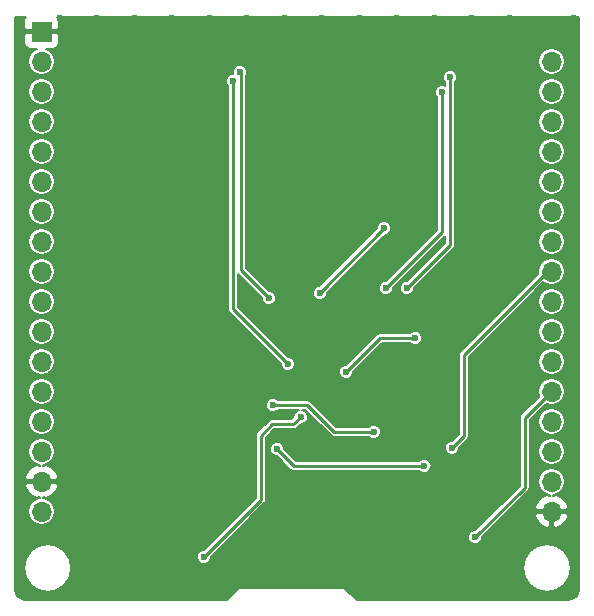
<source format=gbl>
G04 #@! TF.FileFunction,Copper,L2,Bot,Signal*
%FSLAX46Y46*%
G04 Gerber Fmt 4.6, Leading zero omitted, Abs format (unit mm)*
G04 Created by KiCad (PCBNEW 4.0.6-e0-6349~52~ubuntu16.10.1) date Sun Apr 30 13:43:17 2017*
%MOMM*%
%LPD*%
G01*
G04 APERTURE LIST*
%ADD10C,0.100000*%
%ADD11R,1.700000X1.700000*%
%ADD12O,1.700000X1.700000*%
%ADD13C,0.600000*%
%ADD14C,0.250000*%
%ADD15C,0.200000*%
G04 APERTURE END LIST*
D10*
D11*
X149860000Y-71120000D03*
D12*
X149860000Y-73660000D03*
X149860000Y-76200000D03*
X149860000Y-78740000D03*
X149860000Y-81280000D03*
X149860000Y-83820000D03*
X149860000Y-86360000D03*
X149860000Y-88900000D03*
X149860000Y-91440000D03*
X149860000Y-93980000D03*
X149860000Y-96520000D03*
X149860000Y-99060000D03*
X149860000Y-101600000D03*
X149860000Y-104140000D03*
X149860000Y-106680000D03*
X149860000Y-109220000D03*
X149860000Y-111760000D03*
X193040000Y-73660000D03*
X193040000Y-76200000D03*
X193040000Y-78740000D03*
X193040000Y-81280000D03*
X193040000Y-83820000D03*
X193040000Y-86360000D03*
X193040000Y-88900000D03*
X193040000Y-91440000D03*
X193040000Y-93980000D03*
X193040000Y-96520000D03*
X193040000Y-99060000D03*
X193040000Y-101600000D03*
X193040000Y-104140000D03*
X193040000Y-106680000D03*
X193040000Y-109220000D03*
X193040000Y-111760000D03*
D13*
X166624000Y-74549000D03*
X169087800Y-93700600D03*
X169799000Y-106476800D03*
X182270400Y-107899200D03*
X167182800Y-105308400D03*
X167106600Y-107264200D03*
X161036000Y-81991200D03*
X161036000Y-80721200D03*
X161036000Y-79451200D03*
X161036000Y-78181200D03*
X161061400Y-75641200D03*
X161061400Y-76911200D03*
X161061400Y-73101200D03*
X161061400Y-74371200D03*
X194894200Y-69977000D03*
X189484000Y-69977000D03*
X186309000Y-69977000D03*
X183134000Y-69977000D03*
X179959000Y-69977000D03*
X176784000Y-69977000D03*
X173609000Y-69977000D03*
X170434000Y-69977000D03*
X167259000Y-69977000D03*
X164084000Y-69977000D03*
X160909000Y-69977000D03*
X157734000Y-69977000D03*
X154559000Y-69977000D03*
X151384000Y-69977000D03*
X182473600Y-83261200D03*
X182422800Y-84734400D03*
X182499000Y-81991200D03*
X182499000Y-80721200D03*
X182499000Y-78359000D03*
X182499000Y-75641200D03*
X182727600Y-71170800D03*
X182499000Y-73101200D03*
X182499000Y-74371200D03*
X182499000Y-76911200D03*
X157289500Y-91630500D03*
X178282600Y-103987600D03*
X180822600Y-104394000D03*
X180873400Y-100838000D03*
X171729400Y-99974400D03*
X163855400Y-104749600D03*
X160909000Y-93929200D03*
X177977800Y-105003600D03*
X169418000Y-102743000D03*
X184467500Y-74993500D03*
X180784500Y-92837000D03*
X183769000Y-76263500D03*
X179006500Y-92837000D03*
X163601400Y-115570000D03*
X171780200Y-103759000D03*
X166039800Y-75336400D03*
X170713400Y-99263200D03*
X184607200Y-106349800D03*
X181483000Y-97078800D03*
X175641000Y-99923600D03*
X186563000Y-113919000D03*
X173405800Y-93268800D03*
X178841400Y-87782400D03*
D14*
X166700200Y-74625200D02*
X166624000Y-74549000D01*
X166700200Y-91313000D02*
X166700200Y-74625200D01*
X169087800Y-93700600D02*
X166700200Y-91313000D01*
X169799000Y-106476800D02*
X171221400Y-107899200D01*
X171221400Y-107899200D02*
X182270400Y-107899200D01*
X167182800Y-107188000D02*
X167182800Y-105308400D01*
X167106600Y-107264200D02*
X167182800Y-107188000D01*
X161036000Y-80721200D02*
X161036000Y-81991200D01*
X161036000Y-79451200D02*
X161036000Y-80721200D01*
X161036000Y-78181200D02*
X161036000Y-79451200D01*
X161061400Y-76911200D02*
X161061400Y-78155800D01*
X161061400Y-78155800D02*
X161036000Y-78181200D01*
X161061400Y-75641200D02*
X161061400Y-76911200D01*
X161061400Y-74371200D02*
X161061400Y-75641200D01*
X161061400Y-73101200D02*
X161061400Y-74371200D01*
X160909000Y-72948800D02*
X161061400Y-73101200D01*
X160909000Y-69977000D02*
X160909000Y-72948800D01*
X189484000Y-69977000D02*
X194894200Y-69977000D01*
X183134000Y-69977000D02*
X186309000Y-69977000D01*
X176784000Y-69977000D02*
X179959000Y-69977000D01*
X170434000Y-69977000D02*
X173609000Y-69977000D01*
X164084000Y-69977000D02*
X167259000Y-69977000D01*
X157734000Y-69977000D02*
X160909000Y-69977000D01*
X151384000Y-69977000D02*
X154559000Y-69977000D01*
X182473600Y-83261200D02*
X182473600Y-84683600D01*
X182499000Y-83235800D02*
X182473600Y-83261200D01*
X182499000Y-81991200D02*
X182499000Y-83235800D01*
X182473600Y-84683600D02*
X182422800Y-84734400D01*
X182499000Y-80721200D02*
X182499000Y-81991200D01*
X182499000Y-78359000D02*
X182499000Y-80721200D01*
X182499000Y-76911200D02*
X182499000Y-78359000D01*
X182499000Y-75641200D02*
X182499000Y-76911200D01*
X182499000Y-74371200D02*
X182499000Y-73101200D01*
X182727600Y-71170800D02*
X182499000Y-71399400D01*
X182499000Y-71399400D02*
X182499000Y-73101200D01*
X182499000Y-75641200D02*
X182499000Y-74371200D01*
X192976500Y-111760000D02*
X189928500Y-111760000D01*
X183134000Y-106705400D02*
X180822600Y-104394000D01*
X183134000Y-112522000D02*
X183134000Y-106705400D01*
X185801000Y-115189000D02*
X183134000Y-112522000D01*
X186499500Y-115189000D02*
X185801000Y-115189000D01*
X189928500Y-111760000D02*
X186499500Y-115189000D01*
X159588200Y-93929200D02*
X160909000Y-93929200D01*
X157289500Y-91630500D02*
X159588200Y-93929200D01*
X180822600Y-104394000D02*
X178689000Y-104394000D01*
X178689000Y-104394000D02*
X178282600Y-103987600D01*
X171729400Y-99974400D02*
X172491400Y-99974400D01*
X180060600Y-101650800D02*
X180873400Y-100838000D01*
X174167800Y-101650800D02*
X180060600Y-101650800D01*
X172491400Y-99974400D02*
X174167800Y-101650800D01*
X171729400Y-99974400D02*
X163855400Y-99974400D01*
X163855400Y-99974400D02*
X163906200Y-99974400D01*
X163906200Y-99974400D02*
X163855400Y-99974400D01*
X180009800Y-99974400D02*
X180873400Y-100838000D01*
X180873400Y-104343200D02*
X180873400Y-100838000D01*
X180822600Y-104394000D02*
X180873400Y-104343200D01*
X160909000Y-93929200D02*
X160959800Y-93929200D01*
X163855400Y-96824800D02*
X163855400Y-99974400D01*
X160959800Y-93929200D02*
X163855400Y-96824800D01*
X163855400Y-99974400D02*
X163855400Y-104749600D01*
X149860000Y-70485000D02*
X149225000Y-70485000D01*
X177977800Y-105003600D02*
X174625000Y-105003600D01*
X172364400Y-102743000D02*
X169418000Y-102743000D01*
X174625000Y-105003600D02*
X172364400Y-102743000D01*
X184467500Y-89154000D02*
X184467500Y-74993500D01*
X180784500Y-92837000D02*
X184467500Y-89154000D01*
X183769000Y-88074500D02*
X183769000Y-76263500D01*
X179006500Y-92837000D02*
X183769000Y-88074500D01*
X168427400Y-110744000D02*
X163601400Y-115570000D01*
X168427400Y-105333800D02*
X168427400Y-110744000D01*
X169392600Y-104368600D02*
X168427400Y-105333800D01*
X171170600Y-104368600D02*
X169392600Y-104368600D01*
X171780200Y-103759000D02*
X171170600Y-104368600D01*
X166039800Y-94589600D02*
X166039800Y-75336400D01*
X170713400Y-99263200D02*
X166039800Y-94589600D01*
X192976500Y-91440000D02*
X192659000Y-91440000D01*
X192659000Y-91440000D02*
X185597800Y-98501200D01*
X185597800Y-105359200D02*
X184607200Y-106349800D01*
X185597800Y-98501200D02*
X185597800Y-105359200D01*
X193014600Y-104140000D02*
X193014600Y-104241600D01*
X193040000Y-104140000D02*
X193040000Y-104267000D01*
X178485800Y-97078800D02*
X181483000Y-97078800D01*
X175641000Y-99923600D02*
X178485800Y-97078800D01*
X190754000Y-103822500D02*
X192976500Y-101600000D01*
X186563000Y-113919000D02*
X190754000Y-109728000D01*
X190754000Y-109728000D02*
X190754000Y-103822500D01*
X173405800Y-93218000D02*
X173405800Y-93268800D01*
X178841400Y-87782400D02*
X173405800Y-93218000D01*
D15*
G36*
X148494562Y-69925596D02*
X148402000Y-70149062D01*
X148402000Y-70814000D01*
X148554000Y-70966000D01*
X149706000Y-70966000D01*
X149706000Y-70946000D01*
X150014000Y-70946000D01*
X150014000Y-70966000D01*
X151166000Y-70966000D01*
X151318000Y-70814000D01*
X151318000Y-70149062D01*
X151225438Y-69925596D01*
X151186342Y-69886500D01*
X195332400Y-69886500D01*
X195332400Y-118364000D01*
X195341227Y-118408374D01*
X195282485Y-118703689D01*
X195090066Y-118991666D01*
X194802089Y-119184085D01*
X194462326Y-119251669D01*
X194373500Y-119234000D01*
X176546030Y-119234000D01*
X175664865Y-118352835D01*
X175543207Y-118271545D01*
X175399700Y-118243000D01*
X166863985Y-118243000D01*
X166738300Y-118218000D01*
X166585226Y-118248448D01*
X166455457Y-118335157D01*
X165556614Y-119234000D01*
X148488400Y-119234000D01*
X148456726Y-119240300D01*
X148174111Y-119184085D01*
X147886134Y-118991666D01*
X147693715Y-118703689D01*
X147634973Y-118408376D01*
X147643800Y-118364000D01*
X147643800Y-116535200D01*
X148347966Y-116535200D01*
X148501732Y-117308234D01*
X148939620Y-117963580D01*
X149594966Y-118401468D01*
X150368000Y-118555234D01*
X151141034Y-118401468D01*
X151796380Y-117963580D01*
X152234268Y-117308234D01*
X152388034Y-116535200D01*
X190613566Y-116535200D01*
X190767332Y-117308234D01*
X191205220Y-117963580D01*
X191860566Y-118401468D01*
X192633600Y-118555234D01*
X193406634Y-118401468D01*
X194061980Y-117963580D01*
X194499868Y-117308234D01*
X194653634Y-116535200D01*
X194499868Y-115762166D01*
X194061980Y-115106820D01*
X193406634Y-114668932D01*
X192633600Y-114515166D01*
X191860566Y-114668932D01*
X191205220Y-115106820D01*
X190767332Y-115762166D01*
X190613566Y-116535200D01*
X152388034Y-116535200D01*
X152234268Y-115762166D01*
X152185263Y-115688824D01*
X163001296Y-115688824D01*
X163092448Y-115909429D01*
X163261083Y-116078359D01*
X163481529Y-116169896D01*
X163720224Y-116170104D01*
X163940829Y-116078952D01*
X164109759Y-115910317D01*
X164201296Y-115689871D01*
X164201400Y-115571041D01*
X165734617Y-114037824D01*
X185962896Y-114037824D01*
X186054048Y-114258429D01*
X186222683Y-114427359D01*
X186443129Y-114518896D01*
X186681824Y-114519104D01*
X186902429Y-114427952D01*
X187071359Y-114259317D01*
X187162896Y-114038871D01*
X187163000Y-113920040D01*
X188944130Y-112138910D01*
X191632097Y-112138910D01*
X191776523Y-112487616D01*
X192151146Y-112915741D01*
X192661089Y-113167915D01*
X192886000Y-113057856D01*
X192886000Y-111914000D01*
X193194000Y-111914000D01*
X193194000Y-113057856D01*
X193418911Y-113167915D01*
X193928854Y-112915741D01*
X194303477Y-112487616D01*
X194447903Y-112138910D01*
X194336889Y-111914000D01*
X193194000Y-111914000D01*
X192886000Y-111914000D01*
X191743111Y-111914000D01*
X191632097Y-112138910D01*
X188944130Y-112138910D01*
X189701950Y-111381090D01*
X191632097Y-111381090D01*
X191743111Y-111606000D01*
X192886000Y-111606000D01*
X192886000Y-111586000D01*
X193194000Y-111586000D01*
X193194000Y-111606000D01*
X194336889Y-111606000D01*
X194447903Y-111381090D01*
X194303477Y-111032384D01*
X193928854Y-110604259D01*
X193418911Y-110352085D01*
X193194002Y-110462143D01*
X193194002Y-110343848D01*
X193502616Y-110282461D01*
X193875703Y-110033173D01*
X194124991Y-109660086D01*
X194212530Y-109220000D01*
X194124991Y-108779914D01*
X193875703Y-108406827D01*
X193502616Y-108157539D01*
X193062530Y-108070000D01*
X193017470Y-108070000D01*
X192577384Y-108157539D01*
X192204297Y-108406827D01*
X191955009Y-108779914D01*
X191867470Y-109220000D01*
X191955009Y-109660086D01*
X192204297Y-110033173D01*
X192577384Y-110282461D01*
X192885998Y-110343848D01*
X192885998Y-110462143D01*
X192661089Y-110352085D01*
X192151146Y-110604259D01*
X191776523Y-111032384D01*
X191632097Y-111381090D01*
X189701950Y-111381090D01*
X191054520Y-110028520D01*
X191146649Y-109890641D01*
X191152016Y-109863657D01*
X191179000Y-109728000D01*
X191179000Y-106680000D01*
X191867470Y-106680000D01*
X191955009Y-107120086D01*
X192204297Y-107493173D01*
X192577384Y-107742461D01*
X193017470Y-107830000D01*
X193062530Y-107830000D01*
X193502616Y-107742461D01*
X193875703Y-107493173D01*
X194124991Y-107120086D01*
X194212530Y-106680000D01*
X194124991Y-106239914D01*
X193875703Y-105866827D01*
X193502616Y-105617539D01*
X193062530Y-105530000D01*
X193017470Y-105530000D01*
X192577384Y-105617539D01*
X192204297Y-105866827D01*
X191955009Y-106239914D01*
X191867470Y-106680000D01*
X191179000Y-106680000D01*
X191179000Y-104140000D01*
X191867470Y-104140000D01*
X191955009Y-104580086D01*
X192204297Y-104953173D01*
X192577384Y-105202461D01*
X193017470Y-105290000D01*
X193062530Y-105290000D01*
X193502616Y-105202461D01*
X193875703Y-104953173D01*
X194124991Y-104580086D01*
X194212530Y-104140000D01*
X194124991Y-103699914D01*
X193875703Y-103326827D01*
X193502616Y-103077539D01*
X193062530Y-102990000D01*
X193017470Y-102990000D01*
X192577384Y-103077539D01*
X192204297Y-103326827D01*
X191955009Y-103699914D01*
X191867470Y-104140000D01*
X191179000Y-104140000D01*
X191179000Y-103998540D01*
X192540035Y-102637505D01*
X192577384Y-102662461D01*
X193017470Y-102750000D01*
X193062530Y-102750000D01*
X193502616Y-102662461D01*
X193875703Y-102413173D01*
X194124991Y-102040086D01*
X194212530Y-101600000D01*
X194124991Y-101159914D01*
X193875703Y-100786827D01*
X193502616Y-100537539D01*
X193062530Y-100450000D01*
X193017470Y-100450000D01*
X192577384Y-100537539D01*
X192204297Y-100786827D01*
X191955009Y-101159914D01*
X191867470Y-101600000D01*
X191951751Y-102023708D01*
X190453480Y-103521980D01*
X190361351Y-103659859D01*
X190361351Y-103659860D01*
X190329000Y-103822500D01*
X190329000Y-109551960D01*
X186561961Y-113318999D01*
X186444176Y-113318896D01*
X186223571Y-113410048D01*
X186054641Y-113578683D01*
X185963104Y-113799129D01*
X185962896Y-114037824D01*
X165734617Y-114037824D01*
X168727921Y-111044520D01*
X168820049Y-110906641D01*
X168852400Y-110744000D01*
X168852400Y-106595624D01*
X169198896Y-106595624D01*
X169290048Y-106816229D01*
X169458683Y-106985159D01*
X169679129Y-107076696D01*
X169797959Y-107076800D01*
X170920879Y-108199720D01*
X170979111Y-108238629D01*
X171058760Y-108291849D01*
X171221400Y-108324200D01*
X181846870Y-108324200D01*
X181930083Y-108407559D01*
X182150529Y-108499096D01*
X182389224Y-108499304D01*
X182609829Y-108408152D01*
X182778759Y-108239517D01*
X182870296Y-108019071D01*
X182870504Y-107780376D01*
X182779352Y-107559771D01*
X182610717Y-107390841D01*
X182390271Y-107299304D01*
X182151576Y-107299096D01*
X181930971Y-107390248D01*
X181846872Y-107474200D01*
X171397441Y-107474200D01*
X170399001Y-106475761D01*
X170399007Y-106468624D01*
X184007096Y-106468624D01*
X184098248Y-106689229D01*
X184266883Y-106858159D01*
X184487329Y-106949696D01*
X184726024Y-106949904D01*
X184946629Y-106858752D01*
X185115559Y-106690117D01*
X185207096Y-106469671D01*
X185207200Y-106350840D01*
X185898320Y-105659720D01*
X185990449Y-105521841D01*
X185995816Y-105494857D01*
X186022800Y-105359200D01*
X186022800Y-99060000D01*
X191867470Y-99060000D01*
X191955009Y-99500086D01*
X192204297Y-99873173D01*
X192577384Y-100122461D01*
X193017470Y-100210000D01*
X193062530Y-100210000D01*
X193502616Y-100122461D01*
X193875703Y-99873173D01*
X194124991Y-99500086D01*
X194212530Y-99060000D01*
X194124991Y-98619914D01*
X193875703Y-98246827D01*
X193502616Y-97997539D01*
X193062530Y-97910000D01*
X193017470Y-97910000D01*
X192577384Y-97997539D01*
X192204297Y-98246827D01*
X191955009Y-98619914D01*
X191867470Y-99060000D01*
X186022800Y-99060000D01*
X186022800Y-98677240D01*
X188180040Y-96520000D01*
X191867470Y-96520000D01*
X191955009Y-96960086D01*
X192204297Y-97333173D01*
X192577384Y-97582461D01*
X193017470Y-97670000D01*
X193062530Y-97670000D01*
X193502616Y-97582461D01*
X193875703Y-97333173D01*
X194124991Y-96960086D01*
X194212530Y-96520000D01*
X194124991Y-96079914D01*
X193875703Y-95706827D01*
X193502616Y-95457539D01*
X193062530Y-95370000D01*
X193017470Y-95370000D01*
X192577384Y-95457539D01*
X192204297Y-95706827D01*
X191955009Y-96079914D01*
X191867470Y-96520000D01*
X188180040Y-96520000D01*
X190720040Y-93980000D01*
X191867470Y-93980000D01*
X191955009Y-94420086D01*
X192204297Y-94793173D01*
X192577384Y-95042461D01*
X193017470Y-95130000D01*
X193062530Y-95130000D01*
X193502616Y-95042461D01*
X193875703Y-94793173D01*
X194124991Y-94420086D01*
X194212530Y-93980000D01*
X194124991Y-93539914D01*
X193875703Y-93166827D01*
X193502616Y-92917539D01*
X193062530Y-92830000D01*
X193017470Y-92830000D01*
X192577384Y-92917539D01*
X192204297Y-93166827D01*
X191955009Y-93539914D01*
X191867470Y-93980000D01*
X190720040Y-93980000D01*
X192349708Y-92350333D01*
X192577384Y-92502461D01*
X193017470Y-92590000D01*
X193062530Y-92590000D01*
X193502616Y-92502461D01*
X193875703Y-92253173D01*
X194124991Y-91880086D01*
X194212530Y-91440000D01*
X194124991Y-90999914D01*
X193875703Y-90626827D01*
X193502616Y-90377539D01*
X193062530Y-90290000D01*
X193017470Y-90290000D01*
X192577384Y-90377539D01*
X192204297Y-90626827D01*
X191955009Y-90999914D01*
X191867470Y-91440000D01*
X191899074Y-91598885D01*
X185297280Y-98200680D01*
X185205151Y-98338559D01*
X185205151Y-98338560D01*
X185172800Y-98501200D01*
X185172800Y-105183160D01*
X184606161Y-105749799D01*
X184488376Y-105749696D01*
X184267771Y-105840848D01*
X184098841Y-106009483D01*
X184007304Y-106229929D01*
X184007096Y-106468624D01*
X170399007Y-106468624D01*
X170399104Y-106357976D01*
X170307952Y-106137371D01*
X170139317Y-105968441D01*
X169918871Y-105876904D01*
X169680176Y-105876696D01*
X169459571Y-105967848D01*
X169290641Y-106136483D01*
X169199104Y-106356929D01*
X169198896Y-106595624D01*
X168852400Y-106595624D01*
X168852400Y-105509840D01*
X169568640Y-104793600D01*
X171170600Y-104793600D01*
X171306257Y-104766616D01*
X171333241Y-104761249D01*
X171471120Y-104669120D01*
X171781239Y-104359001D01*
X171899024Y-104359104D01*
X172119629Y-104267952D01*
X172288559Y-104099317D01*
X172380096Y-103878871D01*
X172380304Y-103640176D01*
X172289152Y-103419571D01*
X172120517Y-103250641D01*
X171921495Y-103168000D01*
X172188360Y-103168000D01*
X174324479Y-105304120D01*
X174416608Y-105365678D01*
X174462360Y-105396249D01*
X174625000Y-105428600D01*
X177554270Y-105428600D01*
X177637483Y-105511959D01*
X177857929Y-105603496D01*
X178096624Y-105603704D01*
X178317229Y-105512552D01*
X178486159Y-105343917D01*
X178577696Y-105123471D01*
X178577904Y-104884776D01*
X178486752Y-104664171D01*
X178318117Y-104495241D01*
X178097671Y-104403704D01*
X177858976Y-104403496D01*
X177638371Y-104494648D01*
X177554272Y-104578600D01*
X174801041Y-104578600D01*
X172664920Y-102442480D01*
X172527041Y-102350351D01*
X172500057Y-102344984D01*
X172364400Y-102318000D01*
X169841530Y-102318000D01*
X169758317Y-102234641D01*
X169537871Y-102143104D01*
X169299176Y-102142896D01*
X169078571Y-102234048D01*
X168909641Y-102402683D01*
X168818104Y-102623129D01*
X168817896Y-102861824D01*
X168909048Y-103082429D01*
X169077683Y-103251359D01*
X169298129Y-103342896D01*
X169536824Y-103343104D01*
X169757429Y-103251952D01*
X169841528Y-103168000D01*
X171639343Y-103168000D01*
X171440771Y-103250048D01*
X171271841Y-103418683D01*
X171180304Y-103639129D01*
X171180200Y-103757959D01*
X170994560Y-103943600D01*
X169392600Y-103943600D01*
X169229959Y-103975951D01*
X169092080Y-104068080D01*
X168126880Y-105033280D01*
X168034751Y-105171159D01*
X168034751Y-105171160D01*
X168002400Y-105333800D01*
X168002400Y-110567959D01*
X163600361Y-114969999D01*
X163482576Y-114969896D01*
X163261971Y-115061048D01*
X163093041Y-115229683D01*
X163001504Y-115450129D01*
X163001296Y-115688824D01*
X152185263Y-115688824D01*
X151796380Y-115106820D01*
X151141034Y-114668932D01*
X150368000Y-114515166D01*
X149594966Y-114668932D01*
X148939620Y-115106820D01*
X148501732Y-115762166D01*
X148347966Y-116535200D01*
X147643800Y-116535200D01*
X147643800Y-109598910D01*
X148452097Y-109598910D01*
X148596523Y-109947616D01*
X148971146Y-110375741D01*
X149481089Y-110627915D01*
X149705998Y-110517857D01*
X149705998Y-110636152D01*
X149397384Y-110697539D01*
X149024297Y-110946827D01*
X148775009Y-111319914D01*
X148687470Y-111760000D01*
X148775009Y-112200086D01*
X149024297Y-112573173D01*
X149397384Y-112822461D01*
X149837470Y-112910000D01*
X149882530Y-112910000D01*
X150322616Y-112822461D01*
X150695703Y-112573173D01*
X150944991Y-112200086D01*
X151032530Y-111760000D01*
X150944991Y-111319914D01*
X150695703Y-110946827D01*
X150322616Y-110697539D01*
X150014002Y-110636152D01*
X150014002Y-110517857D01*
X150238911Y-110627915D01*
X150748854Y-110375741D01*
X151123477Y-109947616D01*
X151267903Y-109598910D01*
X151156889Y-109374000D01*
X150014000Y-109374000D01*
X150014000Y-109394000D01*
X149706000Y-109394000D01*
X149706000Y-109374000D01*
X148563111Y-109374000D01*
X148452097Y-109598910D01*
X147643800Y-109598910D01*
X147643800Y-108841090D01*
X148452097Y-108841090D01*
X148563111Y-109066000D01*
X149706000Y-109066000D01*
X149706000Y-109046000D01*
X150014000Y-109046000D01*
X150014000Y-109066000D01*
X151156889Y-109066000D01*
X151267903Y-108841090D01*
X151123477Y-108492384D01*
X150748854Y-108064259D01*
X150238911Y-107812085D01*
X150014002Y-107922143D01*
X150014002Y-107803848D01*
X150322616Y-107742461D01*
X150695703Y-107493173D01*
X150944991Y-107120086D01*
X151032530Y-106680000D01*
X150944991Y-106239914D01*
X150695703Y-105866827D01*
X150322616Y-105617539D01*
X149882530Y-105530000D01*
X149837470Y-105530000D01*
X149397384Y-105617539D01*
X149024297Y-105866827D01*
X148775009Y-106239914D01*
X148687470Y-106680000D01*
X148775009Y-107120086D01*
X149024297Y-107493173D01*
X149397384Y-107742461D01*
X149705998Y-107803848D01*
X149705998Y-107922143D01*
X149481089Y-107812085D01*
X148971146Y-108064259D01*
X148596523Y-108492384D01*
X148452097Y-108841090D01*
X147643800Y-108841090D01*
X147643800Y-104140000D01*
X148687470Y-104140000D01*
X148775009Y-104580086D01*
X149024297Y-104953173D01*
X149397384Y-105202461D01*
X149837470Y-105290000D01*
X149882530Y-105290000D01*
X150322616Y-105202461D01*
X150695703Y-104953173D01*
X150944991Y-104580086D01*
X151032530Y-104140000D01*
X150944991Y-103699914D01*
X150695703Y-103326827D01*
X150322616Y-103077539D01*
X149882530Y-102990000D01*
X149837470Y-102990000D01*
X149397384Y-103077539D01*
X149024297Y-103326827D01*
X148775009Y-103699914D01*
X148687470Y-104140000D01*
X147643800Y-104140000D01*
X147643800Y-101600000D01*
X148687470Y-101600000D01*
X148775009Y-102040086D01*
X149024297Y-102413173D01*
X149397384Y-102662461D01*
X149837470Y-102750000D01*
X149882530Y-102750000D01*
X150322616Y-102662461D01*
X150695703Y-102413173D01*
X150944991Y-102040086D01*
X151032530Y-101600000D01*
X150944991Y-101159914D01*
X150695703Y-100786827D01*
X150322616Y-100537539D01*
X149882530Y-100450000D01*
X149837470Y-100450000D01*
X149397384Y-100537539D01*
X149024297Y-100786827D01*
X148775009Y-101159914D01*
X148687470Y-101600000D01*
X147643800Y-101600000D01*
X147643800Y-99060000D01*
X148687470Y-99060000D01*
X148775009Y-99500086D01*
X149024297Y-99873173D01*
X149397384Y-100122461D01*
X149837470Y-100210000D01*
X149882530Y-100210000D01*
X150322616Y-100122461D01*
X150442400Y-100042424D01*
X175040896Y-100042424D01*
X175132048Y-100263029D01*
X175300683Y-100431959D01*
X175521129Y-100523496D01*
X175759824Y-100523704D01*
X175980429Y-100432552D01*
X176149359Y-100263917D01*
X176240896Y-100043471D01*
X176241000Y-99924641D01*
X178661841Y-97503800D01*
X181059470Y-97503800D01*
X181142683Y-97587159D01*
X181363129Y-97678696D01*
X181601824Y-97678904D01*
X181822429Y-97587752D01*
X181991359Y-97419117D01*
X182082896Y-97198671D01*
X182083104Y-96959976D01*
X181991952Y-96739371D01*
X181823317Y-96570441D01*
X181602871Y-96478904D01*
X181364176Y-96478696D01*
X181143571Y-96569848D01*
X181059472Y-96653800D01*
X178485800Y-96653800D01*
X178323159Y-96686151D01*
X178185280Y-96778279D01*
X175639961Y-99323599D01*
X175522176Y-99323496D01*
X175301571Y-99414648D01*
X175132641Y-99583283D01*
X175041104Y-99803729D01*
X175040896Y-100042424D01*
X150442400Y-100042424D01*
X150695703Y-99873173D01*
X150944991Y-99500086D01*
X151032530Y-99060000D01*
X150944991Y-98619914D01*
X150695703Y-98246827D01*
X150322616Y-97997539D01*
X149882530Y-97910000D01*
X149837470Y-97910000D01*
X149397384Y-97997539D01*
X149024297Y-98246827D01*
X148775009Y-98619914D01*
X148687470Y-99060000D01*
X147643800Y-99060000D01*
X147643800Y-96520000D01*
X148687470Y-96520000D01*
X148775009Y-96960086D01*
X149024297Y-97333173D01*
X149397384Y-97582461D01*
X149837470Y-97670000D01*
X149882530Y-97670000D01*
X150322616Y-97582461D01*
X150695703Y-97333173D01*
X150944991Y-96960086D01*
X151032530Y-96520000D01*
X150944991Y-96079914D01*
X150695703Y-95706827D01*
X150322616Y-95457539D01*
X149882530Y-95370000D01*
X149837470Y-95370000D01*
X149397384Y-95457539D01*
X149024297Y-95706827D01*
X148775009Y-96079914D01*
X148687470Y-96520000D01*
X147643800Y-96520000D01*
X147643800Y-93980000D01*
X148687470Y-93980000D01*
X148775009Y-94420086D01*
X149024297Y-94793173D01*
X149397384Y-95042461D01*
X149837470Y-95130000D01*
X149882530Y-95130000D01*
X150322616Y-95042461D01*
X150695703Y-94793173D01*
X150944991Y-94420086D01*
X151032530Y-93980000D01*
X150944991Y-93539914D01*
X150695703Y-93166827D01*
X150322616Y-92917539D01*
X149882530Y-92830000D01*
X149837470Y-92830000D01*
X149397384Y-92917539D01*
X149024297Y-93166827D01*
X148775009Y-93539914D01*
X148687470Y-93980000D01*
X147643800Y-93980000D01*
X147643800Y-91440000D01*
X148687470Y-91440000D01*
X148775009Y-91880086D01*
X149024297Y-92253173D01*
X149397384Y-92502461D01*
X149837470Y-92590000D01*
X149882530Y-92590000D01*
X150322616Y-92502461D01*
X150695703Y-92253173D01*
X150944991Y-91880086D01*
X151032530Y-91440000D01*
X150944991Y-90999914D01*
X150695703Y-90626827D01*
X150322616Y-90377539D01*
X149882530Y-90290000D01*
X149837470Y-90290000D01*
X149397384Y-90377539D01*
X149024297Y-90626827D01*
X148775009Y-90999914D01*
X148687470Y-91440000D01*
X147643800Y-91440000D01*
X147643800Y-88900000D01*
X148687470Y-88900000D01*
X148775009Y-89340086D01*
X149024297Y-89713173D01*
X149397384Y-89962461D01*
X149837470Y-90050000D01*
X149882530Y-90050000D01*
X150322616Y-89962461D01*
X150695703Y-89713173D01*
X150944991Y-89340086D01*
X151032530Y-88900000D01*
X150944991Y-88459914D01*
X150695703Y-88086827D01*
X150322616Y-87837539D01*
X149882530Y-87750000D01*
X149837470Y-87750000D01*
X149397384Y-87837539D01*
X149024297Y-88086827D01*
X148775009Y-88459914D01*
X148687470Y-88900000D01*
X147643800Y-88900000D01*
X147643800Y-86360000D01*
X148687470Y-86360000D01*
X148775009Y-86800086D01*
X149024297Y-87173173D01*
X149397384Y-87422461D01*
X149837470Y-87510000D01*
X149882530Y-87510000D01*
X150322616Y-87422461D01*
X150695703Y-87173173D01*
X150944991Y-86800086D01*
X151032530Y-86360000D01*
X150944991Y-85919914D01*
X150695703Y-85546827D01*
X150322616Y-85297539D01*
X149882530Y-85210000D01*
X149837470Y-85210000D01*
X149397384Y-85297539D01*
X149024297Y-85546827D01*
X148775009Y-85919914D01*
X148687470Y-86360000D01*
X147643800Y-86360000D01*
X147643800Y-83820000D01*
X148687470Y-83820000D01*
X148775009Y-84260086D01*
X149024297Y-84633173D01*
X149397384Y-84882461D01*
X149837470Y-84970000D01*
X149882530Y-84970000D01*
X150322616Y-84882461D01*
X150695703Y-84633173D01*
X150944991Y-84260086D01*
X151032530Y-83820000D01*
X150944991Y-83379914D01*
X150695703Y-83006827D01*
X150322616Y-82757539D01*
X149882530Y-82670000D01*
X149837470Y-82670000D01*
X149397384Y-82757539D01*
X149024297Y-83006827D01*
X148775009Y-83379914D01*
X148687470Y-83820000D01*
X147643800Y-83820000D01*
X147643800Y-81280000D01*
X148687470Y-81280000D01*
X148775009Y-81720086D01*
X149024297Y-82093173D01*
X149397384Y-82342461D01*
X149837470Y-82430000D01*
X149882530Y-82430000D01*
X150322616Y-82342461D01*
X150695703Y-82093173D01*
X150944991Y-81720086D01*
X151032530Y-81280000D01*
X150944991Y-80839914D01*
X150695703Y-80466827D01*
X150322616Y-80217539D01*
X149882530Y-80130000D01*
X149837470Y-80130000D01*
X149397384Y-80217539D01*
X149024297Y-80466827D01*
X148775009Y-80839914D01*
X148687470Y-81280000D01*
X147643800Y-81280000D01*
X147643800Y-78740000D01*
X148687470Y-78740000D01*
X148775009Y-79180086D01*
X149024297Y-79553173D01*
X149397384Y-79802461D01*
X149837470Y-79890000D01*
X149882530Y-79890000D01*
X150322616Y-79802461D01*
X150695703Y-79553173D01*
X150944991Y-79180086D01*
X151032530Y-78740000D01*
X150944991Y-78299914D01*
X150695703Y-77926827D01*
X150322616Y-77677539D01*
X149882530Y-77590000D01*
X149837470Y-77590000D01*
X149397384Y-77677539D01*
X149024297Y-77926827D01*
X148775009Y-78299914D01*
X148687470Y-78740000D01*
X147643800Y-78740000D01*
X147643800Y-76200000D01*
X148687470Y-76200000D01*
X148775009Y-76640086D01*
X149024297Y-77013173D01*
X149397384Y-77262461D01*
X149837470Y-77350000D01*
X149882530Y-77350000D01*
X150322616Y-77262461D01*
X150695703Y-77013173D01*
X150944991Y-76640086D01*
X151032530Y-76200000D01*
X150944991Y-75759914D01*
X150741405Y-75455224D01*
X165439696Y-75455224D01*
X165530848Y-75675829D01*
X165614800Y-75759928D01*
X165614800Y-94589600D01*
X165641784Y-94725257D01*
X165647151Y-94752241D01*
X165739280Y-94890120D01*
X170113399Y-99264240D01*
X170113296Y-99382024D01*
X170204448Y-99602629D01*
X170373083Y-99771559D01*
X170593529Y-99863096D01*
X170832224Y-99863304D01*
X171052829Y-99772152D01*
X171221759Y-99603517D01*
X171313296Y-99383071D01*
X171313504Y-99144376D01*
X171222352Y-98923771D01*
X171053717Y-98754841D01*
X170833271Y-98663304D01*
X170714441Y-98663200D01*
X166464800Y-94413560D01*
X166464800Y-91678640D01*
X168487799Y-93701640D01*
X168487696Y-93819424D01*
X168578848Y-94040029D01*
X168747483Y-94208959D01*
X168967929Y-94300496D01*
X169206624Y-94300704D01*
X169427229Y-94209552D01*
X169596159Y-94040917D01*
X169687696Y-93820471D01*
X169687904Y-93581776D01*
X169607683Y-93387624D01*
X172805696Y-93387624D01*
X172896848Y-93608229D01*
X173065483Y-93777159D01*
X173285929Y-93868696D01*
X173524624Y-93868904D01*
X173745229Y-93777752D01*
X173914159Y-93609117D01*
X174005696Y-93388671D01*
X174005844Y-93218996D01*
X174269016Y-92955824D01*
X178406396Y-92955824D01*
X178497548Y-93176429D01*
X178666183Y-93345359D01*
X178886629Y-93436896D01*
X179125324Y-93437104D01*
X179345929Y-93345952D01*
X179514859Y-93177317D01*
X179606396Y-92956871D01*
X179606500Y-92838040D01*
X184042500Y-88402040D01*
X184042500Y-88977959D01*
X180783461Y-92236999D01*
X180665676Y-92236896D01*
X180445071Y-92328048D01*
X180276141Y-92496683D01*
X180184604Y-92717129D01*
X180184396Y-92955824D01*
X180275548Y-93176429D01*
X180444183Y-93345359D01*
X180664629Y-93436896D01*
X180903324Y-93437104D01*
X181123929Y-93345952D01*
X181292859Y-93177317D01*
X181384396Y-92956871D01*
X181384500Y-92838041D01*
X184768021Y-89454520D01*
X184860149Y-89316641D01*
X184892500Y-89154000D01*
X184892500Y-88900000D01*
X191867470Y-88900000D01*
X191955009Y-89340086D01*
X192204297Y-89713173D01*
X192577384Y-89962461D01*
X193017470Y-90050000D01*
X193062530Y-90050000D01*
X193502616Y-89962461D01*
X193875703Y-89713173D01*
X194124991Y-89340086D01*
X194212530Y-88900000D01*
X194124991Y-88459914D01*
X193875703Y-88086827D01*
X193502616Y-87837539D01*
X193062530Y-87750000D01*
X193017470Y-87750000D01*
X192577384Y-87837539D01*
X192204297Y-88086827D01*
X191955009Y-88459914D01*
X191867470Y-88900000D01*
X184892500Y-88900000D01*
X184892500Y-86360000D01*
X191867470Y-86360000D01*
X191955009Y-86800086D01*
X192204297Y-87173173D01*
X192577384Y-87422461D01*
X193017470Y-87510000D01*
X193062530Y-87510000D01*
X193502616Y-87422461D01*
X193875703Y-87173173D01*
X194124991Y-86800086D01*
X194212530Y-86360000D01*
X194124991Y-85919914D01*
X193875703Y-85546827D01*
X193502616Y-85297539D01*
X193062530Y-85210000D01*
X193017470Y-85210000D01*
X192577384Y-85297539D01*
X192204297Y-85546827D01*
X191955009Y-85919914D01*
X191867470Y-86360000D01*
X184892500Y-86360000D01*
X184892500Y-83820000D01*
X191867470Y-83820000D01*
X191955009Y-84260086D01*
X192204297Y-84633173D01*
X192577384Y-84882461D01*
X193017470Y-84970000D01*
X193062530Y-84970000D01*
X193502616Y-84882461D01*
X193875703Y-84633173D01*
X194124991Y-84260086D01*
X194212530Y-83820000D01*
X194124991Y-83379914D01*
X193875703Y-83006827D01*
X193502616Y-82757539D01*
X193062530Y-82670000D01*
X193017470Y-82670000D01*
X192577384Y-82757539D01*
X192204297Y-83006827D01*
X191955009Y-83379914D01*
X191867470Y-83820000D01*
X184892500Y-83820000D01*
X184892500Y-81280000D01*
X191867470Y-81280000D01*
X191955009Y-81720086D01*
X192204297Y-82093173D01*
X192577384Y-82342461D01*
X193017470Y-82430000D01*
X193062530Y-82430000D01*
X193502616Y-82342461D01*
X193875703Y-82093173D01*
X194124991Y-81720086D01*
X194212530Y-81280000D01*
X194124991Y-80839914D01*
X193875703Y-80466827D01*
X193502616Y-80217539D01*
X193062530Y-80130000D01*
X193017470Y-80130000D01*
X192577384Y-80217539D01*
X192204297Y-80466827D01*
X191955009Y-80839914D01*
X191867470Y-81280000D01*
X184892500Y-81280000D01*
X184892500Y-78740000D01*
X191867470Y-78740000D01*
X191955009Y-79180086D01*
X192204297Y-79553173D01*
X192577384Y-79802461D01*
X193017470Y-79890000D01*
X193062530Y-79890000D01*
X193502616Y-79802461D01*
X193875703Y-79553173D01*
X194124991Y-79180086D01*
X194212530Y-78740000D01*
X194124991Y-78299914D01*
X193875703Y-77926827D01*
X193502616Y-77677539D01*
X193062530Y-77590000D01*
X193017470Y-77590000D01*
X192577384Y-77677539D01*
X192204297Y-77926827D01*
X191955009Y-78299914D01*
X191867470Y-78740000D01*
X184892500Y-78740000D01*
X184892500Y-76200000D01*
X191867470Y-76200000D01*
X191955009Y-76640086D01*
X192204297Y-77013173D01*
X192577384Y-77262461D01*
X193017470Y-77350000D01*
X193062530Y-77350000D01*
X193502616Y-77262461D01*
X193875703Y-77013173D01*
X194124991Y-76640086D01*
X194212530Y-76200000D01*
X194124991Y-75759914D01*
X193875703Y-75386827D01*
X193502616Y-75137539D01*
X193062530Y-75050000D01*
X193017470Y-75050000D01*
X192577384Y-75137539D01*
X192204297Y-75386827D01*
X191955009Y-75759914D01*
X191867470Y-76200000D01*
X184892500Y-76200000D01*
X184892500Y-75417030D01*
X184975859Y-75333817D01*
X185067396Y-75113371D01*
X185067604Y-74874676D01*
X184976452Y-74654071D01*
X184807817Y-74485141D01*
X184587371Y-74393604D01*
X184348676Y-74393396D01*
X184128071Y-74484548D01*
X183959141Y-74653183D01*
X183867604Y-74873629D01*
X183867396Y-75112324D01*
X183958548Y-75332929D01*
X184042500Y-75417028D01*
X184042500Y-75727396D01*
X183888871Y-75663604D01*
X183650176Y-75663396D01*
X183429571Y-75754548D01*
X183260641Y-75923183D01*
X183169104Y-76143629D01*
X183168896Y-76382324D01*
X183260048Y-76602929D01*
X183344000Y-76687028D01*
X183344000Y-87898460D01*
X179005461Y-92236999D01*
X178887676Y-92236896D01*
X178667071Y-92328048D01*
X178498141Y-92496683D01*
X178406604Y-92717129D01*
X178406396Y-92955824D01*
X174269016Y-92955824D01*
X178842440Y-88382401D01*
X178960224Y-88382504D01*
X179180829Y-88291352D01*
X179349759Y-88122717D01*
X179441296Y-87902271D01*
X179441504Y-87663576D01*
X179350352Y-87442971D01*
X179181717Y-87274041D01*
X178961271Y-87182504D01*
X178722576Y-87182296D01*
X178501971Y-87273448D01*
X178333041Y-87442083D01*
X178241504Y-87662529D01*
X178241400Y-87781359D01*
X173354006Y-92668754D01*
X173286976Y-92668696D01*
X173066371Y-92759848D01*
X172897441Y-92928483D01*
X172805904Y-93148929D01*
X172805696Y-93387624D01*
X169607683Y-93387624D01*
X169596752Y-93361171D01*
X169428117Y-93192241D01*
X169207671Y-93100704D01*
X169088841Y-93100600D01*
X167125200Y-91136960D01*
X167125200Y-74896463D01*
X167132359Y-74889317D01*
X167223896Y-74668871D01*
X167224104Y-74430176D01*
X167132952Y-74209571D01*
X166964317Y-74040641D01*
X166743871Y-73949104D01*
X166505176Y-73948896D01*
X166284571Y-74040048D01*
X166115641Y-74208683D01*
X166024104Y-74429129D01*
X166023896Y-74667824D01*
X166052235Y-74736410D01*
X165920976Y-74736296D01*
X165700371Y-74827448D01*
X165531441Y-74996083D01*
X165439904Y-75216529D01*
X165439696Y-75455224D01*
X150741405Y-75455224D01*
X150695703Y-75386827D01*
X150322616Y-75137539D01*
X149882530Y-75050000D01*
X149837470Y-75050000D01*
X149397384Y-75137539D01*
X149024297Y-75386827D01*
X148775009Y-75759914D01*
X148687470Y-76200000D01*
X147643800Y-76200000D01*
X147643800Y-71426000D01*
X148402000Y-71426000D01*
X148402000Y-72090938D01*
X148494562Y-72314404D01*
X148665595Y-72485437D01*
X148889061Y-72578000D01*
X149495613Y-72578000D01*
X149397384Y-72597539D01*
X149024297Y-72846827D01*
X148775009Y-73219914D01*
X148687470Y-73660000D01*
X148775009Y-74100086D01*
X149024297Y-74473173D01*
X149397384Y-74722461D01*
X149837470Y-74810000D01*
X149882530Y-74810000D01*
X150322616Y-74722461D01*
X150695703Y-74473173D01*
X150944991Y-74100086D01*
X151032530Y-73660000D01*
X191867470Y-73660000D01*
X191955009Y-74100086D01*
X192204297Y-74473173D01*
X192577384Y-74722461D01*
X193017470Y-74810000D01*
X193062530Y-74810000D01*
X193502616Y-74722461D01*
X193875703Y-74473173D01*
X194124991Y-74100086D01*
X194212530Y-73660000D01*
X194124991Y-73219914D01*
X193875703Y-72846827D01*
X193502616Y-72597539D01*
X193062530Y-72510000D01*
X193017470Y-72510000D01*
X192577384Y-72597539D01*
X192204297Y-72846827D01*
X191955009Y-73219914D01*
X191867470Y-73660000D01*
X151032530Y-73660000D01*
X150944991Y-73219914D01*
X150695703Y-72846827D01*
X150322616Y-72597539D01*
X150224387Y-72578000D01*
X150830939Y-72578000D01*
X151054405Y-72485437D01*
X151225438Y-72314404D01*
X151318000Y-72090938D01*
X151318000Y-71426000D01*
X151166000Y-71274000D01*
X150014000Y-71274000D01*
X150014000Y-71294000D01*
X149706000Y-71294000D01*
X149706000Y-71274000D01*
X148554000Y-71274000D01*
X148402000Y-71426000D01*
X147643800Y-71426000D01*
X147643800Y-69886500D01*
X148533658Y-69886500D01*
X148494562Y-69925596D01*
X148494562Y-69925596D01*
G37*
X148494562Y-69925596D02*
X148402000Y-70149062D01*
X148402000Y-70814000D01*
X148554000Y-70966000D01*
X149706000Y-70966000D01*
X149706000Y-70946000D01*
X150014000Y-70946000D01*
X150014000Y-70966000D01*
X151166000Y-70966000D01*
X151318000Y-70814000D01*
X151318000Y-70149062D01*
X151225438Y-69925596D01*
X151186342Y-69886500D01*
X195332400Y-69886500D01*
X195332400Y-118364000D01*
X195341227Y-118408374D01*
X195282485Y-118703689D01*
X195090066Y-118991666D01*
X194802089Y-119184085D01*
X194462326Y-119251669D01*
X194373500Y-119234000D01*
X176546030Y-119234000D01*
X175664865Y-118352835D01*
X175543207Y-118271545D01*
X175399700Y-118243000D01*
X166863985Y-118243000D01*
X166738300Y-118218000D01*
X166585226Y-118248448D01*
X166455457Y-118335157D01*
X165556614Y-119234000D01*
X148488400Y-119234000D01*
X148456726Y-119240300D01*
X148174111Y-119184085D01*
X147886134Y-118991666D01*
X147693715Y-118703689D01*
X147634973Y-118408376D01*
X147643800Y-118364000D01*
X147643800Y-116535200D01*
X148347966Y-116535200D01*
X148501732Y-117308234D01*
X148939620Y-117963580D01*
X149594966Y-118401468D01*
X150368000Y-118555234D01*
X151141034Y-118401468D01*
X151796380Y-117963580D01*
X152234268Y-117308234D01*
X152388034Y-116535200D01*
X190613566Y-116535200D01*
X190767332Y-117308234D01*
X191205220Y-117963580D01*
X191860566Y-118401468D01*
X192633600Y-118555234D01*
X193406634Y-118401468D01*
X194061980Y-117963580D01*
X194499868Y-117308234D01*
X194653634Y-116535200D01*
X194499868Y-115762166D01*
X194061980Y-115106820D01*
X193406634Y-114668932D01*
X192633600Y-114515166D01*
X191860566Y-114668932D01*
X191205220Y-115106820D01*
X190767332Y-115762166D01*
X190613566Y-116535200D01*
X152388034Y-116535200D01*
X152234268Y-115762166D01*
X152185263Y-115688824D01*
X163001296Y-115688824D01*
X163092448Y-115909429D01*
X163261083Y-116078359D01*
X163481529Y-116169896D01*
X163720224Y-116170104D01*
X163940829Y-116078952D01*
X164109759Y-115910317D01*
X164201296Y-115689871D01*
X164201400Y-115571041D01*
X165734617Y-114037824D01*
X185962896Y-114037824D01*
X186054048Y-114258429D01*
X186222683Y-114427359D01*
X186443129Y-114518896D01*
X186681824Y-114519104D01*
X186902429Y-114427952D01*
X187071359Y-114259317D01*
X187162896Y-114038871D01*
X187163000Y-113920040D01*
X188944130Y-112138910D01*
X191632097Y-112138910D01*
X191776523Y-112487616D01*
X192151146Y-112915741D01*
X192661089Y-113167915D01*
X192886000Y-113057856D01*
X192886000Y-111914000D01*
X193194000Y-111914000D01*
X193194000Y-113057856D01*
X193418911Y-113167915D01*
X193928854Y-112915741D01*
X194303477Y-112487616D01*
X194447903Y-112138910D01*
X194336889Y-111914000D01*
X193194000Y-111914000D01*
X192886000Y-111914000D01*
X191743111Y-111914000D01*
X191632097Y-112138910D01*
X188944130Y-112138910D01*
X189701950Y-111381090D01*
X191632097Y-111381090D01*
X191743111Y-111606000D01*
X192886000Y-111606000D01*
X192886000Y-111586000D01*
X193194000Y-111586000D01*
X193194000Y-111606000D01*
X194336889Y-111606000D01*
X194447903Y-111381090D01*
X194303477Y-111032384D01*
X193928854Y-110604259D01*
X193418911Y-110352085D01*
X193194002Y-110462143D01*
X193194002Y-110343848D01*
X193502616Y-110282461D01*
X193875703Y-110033173D01*
X194124991Y-109660086D01*
X194212530Y-109220000D01*
X194124991Y-108779914D01*
X193875703Y-108406827D01*
X193502616Y-108157539D01*
X193062530Y-108070000D01*
X193017470Y-108070000D01*
X192577384Y-108157539D01*
X192204297Y-108406827D01*
X191955009Y-108779914D01*
X191867470Y-109220000D01*
X191955009Y-109660086D01*
X192204297Y-110033173D01*
X192577384Y-110282461D01*
X192885998Y-110343848D01*
X192885998Y-110462143D01*
X192661089Y-110352085D01*
X192151146Y-110604259D01*
X191776523Y-111032384D01*
X191632097Y-111381090D01*
X189701950Y-111381090D01*
X191054520Y-110028520D01*
X191146649Y-109890641D01*
X191152016Y-109863657D01*
X191179000Y-109728000D01*
X191179000Y-106680000D01*
X191867470Y-106680000D01*
X191955009Y-107120086D01*
X192204297Y-107493173D01*
X192577384Y-107742461D01*
X193017470Y-107830000D01*
X193062530Y-107830000D01*
X193502616Y-107742461D01*
X193875703Y-107493173D01*
X194124991Y-107120086D01*
X194212530Y-106680000D01*
X194124991Y-106239914D01*
X193875703Y-105866827D01*
X193502616Y-105617539D01*
X193062530Y-105530000D01*
X193017470Y-105530000D01*
X192577384Y-105617539D01*
X192204297Y-105866827D01*
X191955009Y-106239914D01*
X191867470Y-106680000D01*
X191179000Y-106680000D01*
X191179000Y-104140000D01*
X191867470Y-104140000D01*
X191955009Y-104580086D01*
X192204297Y-104953173D01*
X192577384Y-105202461D01*
X193017470Y-105290000D01*
X193062530Y-105290000D01*
X193502616Y-105202461D01*
X193875703Y-104953173D01*
X194124991Y-104580086D01*
X194212530Y-104140000D01*
X194124991Y-103699914D01*
X193875703Y-103326827D01*
X193502616Y-103077539D01*
X193062530Y-102990000D01*
X193017470Y-102990000D01*
X192577384Y-103077539D01*
X192204297Y-103326827D01*
X191955009Y-103699914D01*
X191867470Y-104140000D01*
X191179000Y-104140000D01*
X191179000Y-103998540D01*
X192540035Y-102637505D01*
X192577384Y-102662461D01*
X193017470Y-102750000D01*
X193062530Y-102750000D01*
X193502616Y-102662461D01*
X193875703Y-102413173D01*
X194124991Y-102040086D01*
X194212530Y-101600000D01*
X194124991Y-101159914D01*
X193875703Y-100786827D01*
X193502616Y-100537539D01*
X193062530Y-100450000D01*
X193017470Y-100450000D01*
X192577384Y-100537539D01*
X192204297Y-100786827D01*
X191955009Y-101159914D01*
X191867470Y-101600000D01*
X191951751Y-102023708D01*
X190453480Y-103521980D01*
X190361351Y-103659859D01*
X190361351Y-103659860D01*
X190329000Y-103822500D01*
X190329000Y-109551960D01*
X186561961Y-113318999D01*
X186444176Y-113318896D01*
X186223571Y-113410048D01*
X186054641Y-113578683D01*
X185963104Y-113799129D01*
X185962896Y-114037824D01*
X165734617Y-114037824D01*
X168727921Y-111044520D01*
X168820049Y-110906641D01*
X168852400Y-110744000D01*
X168852400Y-106595624D01*
X169198896Y-106595624D01*
X169290048Y-106816229D01*
X169458683Y-106985159D01*
X169679129Y-107076696D01*
X169797959Y-107076800D01*
X170920879Y-108199720D01*
X170979111Y-108238629D01*
X171058760Y-108291849D01*
X171221400Y-108324200D01*
X181846870Y-108324200D01*
X181930083Y-108407559D01*
X182150529Y-108499096D01*
X182389224Y-108499304D01*
X182609829Y-108408152D01*
X182778759Y-108239517D01*
X182870296Y-108019071D01*
X182870504Y-107780376D01*
X182779352Y-107559771D01*
X182610717Y-107390841D01*
X182390271Y-107299304D01*
X182151576Y-107299096D01*
X181930971Y-107390248D01*
X181846872Y-107474200D01*
X171397441Y-107474200D01*
X170399001Y-106475761D01*
X170399007Y-106468624D01*
X184007096Y-106468624D01*
X184098248Y-106689229D01*
X184266883Y-106858159D01*
X184487329Y-106949696D01*
X184726024Y-106949904D01*
X184946629Y-106858752D01*
X185115559Y-106690117D01*
X185207096Y-106469671D01*
X185207200Y-106350840D01*
X185898320Y-105659720D01*
X185990449Y-105521841D01*
X185995816Y-105494857D01*
X186022800Y-105359200D01*
X186022800Y-99060000D01*
X191867470Y-99060000D01*
X191955009Y-99500086D01*
X192204297Y-99873173D01*
X192577384Y-100122461D01*
X193017470Y-100210000D01*
X193062530Y-100210000D01*
X193502616Y-100122461D01*
X193875703Y-99873173D01*
X194124991Y-99500086D01*
X194212530Y-99060000D01*
X194124991Y-98619914D01*
X193875703Y-98246827D01*
X193502616Y-97997539D01*
X193062530Y-97910000D01*
X193017470Y-97910000D01*
X192577384Y-97997539D01*
X192204297Y-98246827D01*
X191955009Y-98619914D01*
X191867470Y-99060000D01*
X186022800Y-99060000D01*
X186022800Y-98677240D01*
X188180040Y-96520000D01*
X191867470Y-96520000D01*
X191955009Y-96960086D01*
X192204297Y-97333173D01*
X192577384Y-97582461D01*
X193017470Y-97670000D01*
X193062530Y-97670000D01*
X193502616Y-97582461D01*
X193875703Y-97333173D01*
X194124991Y-96960086D01*
X194212530Y-96520000D01*
X194124991Y-96079914D01*
X193875703Y-95706827D01*
X193502616Y-95457539D01*
X193062530Y-95370000D01*
X193017470Y-95370000D01*
X192577384Y-95457539D01*
X192204297Y-95706827D01*
X191955009Y-96079914D01*
X191867470Y-96520000D01*
X188180040Y-96520000D01*
X190720040Y-93980000D01*
X191867470Y-93980000D01*
X191955009Y-94420086D01*
X192204297Y-94793173D01*
X192577384Y-95042461D01*
X193017470Y-95130000D01*
X193062530Y-95130000D01*
X193502616Y-95042461D01*
X193875703Y-94793173D01*
X194124991Y-94420086D01*
X194212530Y-93980000D01*
X194124991Y-93539914D01*
X193875703Y-93166827D01*
X193502616Y-92917539D01*
X193062530Y-92830000D01*
X193017470Y-92830000D01*
X192577384Y-92917539D01*
X192204297Y-93166827D01*
X191955009Y-93539914D01*
X191867470Y-93980000D01*
X190720040Y-93980000D01*
X192349708Y-92350333D01*
X192577384Y-92502461D01*
X193017470Y-92590000D01*
X193062530Y-92590000D01*
X193502616Y-92502461D01*
X193875703Y-92253173D01*
X194124991Y-91880086D01*
X194212530Y-91440000D01*
X194124991Y-90999914D01*
X193875703Y-90626827D01*
X193502616Y-90377539D01*
X193062530Y-90290000D01*
X193017470Y-90290000D01*
X192577384Y-90377539D01*
X192204297Y-90626827D01*
X191955009Y-90999914D01*
X191867470Y-91440000D01*
X191899074Y-91598885D01*
X185297280Y-98200680D01*
X185205151Y-98338559D01*
X185205151Y-98338560D01*
X185172800Y-98501200D01*
X185172800Y-105183160D01*
X184606161Y-105749799D01*
X184488376Y-105749696D01*
X184267771Y-105840848D01*
X184098841Y-106009483D01*
X184007304Y-106229929D01*
X184007096Y-106468624D01*
X170399007Y-106468624D01*
X170399104Y-106357976D01*
X170307952Y-106137371D01*
X170139317Y-105968441D01*
X169918871Y-105876904D01*
X169680176Y-105876696D01*
X169459571Y-105967848D01*
X169290641Y-106136483D01*
X169199104Y-106356929D01*
X169198896Y-106595624D01*
X168852400Y-106595624D01*
X168852400Y-105509840D01*
X169568640Y-104793600D01*
X171170600Y-104793600D01*
X171306257Y-104766616D01*
X171333241Y-104761249D01*
X171471120Y-104669120D01*
X171781239Y-104359001D01*
X171899024Y-104359104D01*
X172119629Y-104267952D01*
X172288559Y-104099317D01*
X172380096Y-103878871D01*
X172380304Y-103640176D01*
X172289152Y-103419571D01*
X172120517Y-103250641D01*
X171921495Y-103168000D01*
X172188360Y-103168000D01*
X174324479Y-105304120D01*
X174416608Y-105365678D01*
X174462360Y-105396249D01*
X174625000Y-105428600D01*
X177554270Y-105428600D01*
X177637483Y-105511959D01*
X177857929Y-105603496D01*
X178096624Y-105603704D01*
X178317229Y-105512552D01*
X178486159Y-105343917D01*
X178577696Y-105123471D01*
X178577904Y-104884776D01*
X178486752Y-104664171D01*
X178318117Y-104495241D01*
X178097671Y-104403704D01*
X177858976Y-104403496D01*
X177638371Y-104494648D01*
X177554272Y-104578600D01*
X174801041Y-104578600D01*
X172664920Y-102442480D01*
X172527041Y-102350351D01*
X172500057Y-102344984D01*
X172364400Y-102318000D01*
X169841530Y-102318000D01*
X169758317Y-102234641D01*
X169537871Y-102143104D01*
X169299176Y-102142896D01*
X169078571Y-102234048D01*
X168909641Y-102402683D01*
X168818104Y-102623129D01*
X168817896Y-102861824D01*
X168909048Y-103082429D01*
X169077683Y-103251359D01*
X169298129Y-103342896D01*
X169536824Y-103343104D01*
X169757429Y-103251952D01*
X169841528Y-103168000D01*
X171639343Y-103168000D01*
X171440771Y-103250048D01*
X171271841Y-103418683D01*
X171180304Y-103639129D01*
X171180200Y-103757959D01*
X170994560Y-103943600D01*
X169392600Y-103943600D01*
X169229959Y-103975951D01*
X169092080Y-104068080D01*
X168126880Y-105033280D01*
X168034751Y-105171159D01*
X168034751Y-105171160D01*
X168002400Y-105333800D01*
X168002400Y-110567959D01*
X163600361Y-114969999D01*
X163482576Y-114969896D01*
X163261971Y-115061048D01*
X163093041Y-115229683D01*
X163001504Y-115450129D01*
X163001296Y-115688824D01*
X152185263Y-115688824D01*
X151796380Y-115106820D01*
X151141034Y-114668932D01*
X150368000Y-114515166D01*
X149594966Y-114668932D01*
X148939620Y-115106820D01*
X148501732Y-115762166D01*
X148347966Y-116535200D01*
X147643800Y-116535200D01*
X147643800Y-109598910D01*
X148452097Y-109598910D01*
X148596523Y-109947616D01*
X148971146Y-110375741D01*
X149481089Y-110627915D01*
X149705998Y-110517857D01*
X149705998Y-110636152D01*
X149397384Y-110697539D01*
X149024297Y-110946827D01*
X148775009Y-111319914D01*
X148687470Y-111760000D01*
X148775009Y-112200086D01*
X149024297Y-112573173D01*
X149397384Y-112822461D01*
X149837470Y-112910000D01*
X149882530Y-112910000D01*
X150322616Y-112822461D01*
X150695703Y-112573173D01*
X150944991Y-112200086D01*
X151032530Y-111760000D01*
X150944991Y-111319914D01*
X150695703Y-110946827D01*
X150322616Y-110697539D01*
X150014002Y-110636152D01*
X150014002Y-110517857D01*
X150238911Y-110627915D01*
X150748854Y-110375741D01*
X151123477Y-109947616D01*
X151267903Y-109598910D01*
X151156889Y-109374000D01*
X150014000Y-109374000D01*
X150014000Y-109394000D01*
X149706000Y-109394000D01*
X149706000Y-109374000D01*
X148563111Y-109374000D01*
X148452097Y-109598910D01*
X147643800Y-109598910D01*
X147643800Y-108841090D01*
X148452097Y-108841090D01*
X148563111Y-109066000D01*
X149706000Y-109066000D01*
X149706000Y-109046000D01*
X150014000Y-109046000D01*
X150014000Y-109066000D01*
X151156889Y-109066000D01*
X151267903Y-108841090D01*
X151123477Y-108492384D01*
X150748854Y-108064259D01*
X150238911Y-107812085D01*
X150014002Y-107922143D01*
X150014002Y-107803848D01*
X150322616Y-107742461D01*
X150695703Y-107493173D01*
X150944991Y-107120086D01*
X151032530Y-106680000D01*
X150944991Y-106239914D01*
X150695703Y-105866827D01*
X150322616Y-105617539D01*
X149882530Y-105530000D01*
X149837470Y-105530000D01*
X149397384Y-105617539D01*
X149024297Y-105866827D01*
X148775009Y-106239914D01*
X148687470Y-106680000D01*
X148775009Y-107120086D01*
X149024297Y-107493173D01*
X149397384Y-107742461D01*
X149705998Y-107803848D01*
X149705998Y-107922143D01*
X149481089Y-107812085D01*
X148971146Y-108064259D01*
X148596523Y-108492384D01*
X148452097Y-108841090D01*
X147643800Y-108841090D01*
X147643800Y-104140000D01*
X148687470Y-104140000D01*
X148775009Y-104580086D01*
X149024297Y-104953173D01*
X149397384Y-105202461D01*
X149837470Y-105290000D01*
X149882530Y-105290000D01*
X150322616Y-105202461D01*
X150695703Y-104953173D01*
X150944991Y-104580086D01*
X151032530Y-104140000D01*
X150944991Y-103699914D01*
X150695703Y-103326827D01*
X150322616Y-103077539D01*
X149882530Y-102990000D01*
X149837470Y-102990000D01*
X149397384Y-103077539D01*
X149024297Y-103326827D01*
X148775009Y-103699914D01*
X148687470Y-104140000D01*
X147643800Y-104140000D01*
X147643800Y-101600000D01*
X148687470Y-101600000D01*
X148775009Y-102040086D01*
X149024297Y-102413173D01*
X149397384Y-102662461D01*
X149837470Y-102750000D01*
X149882530Y-102750000D01*
X150322616Y-102662461D01*
X150695703Y-102413173D01*
X150944991Y-102040086D01*
X151032530Y-101600000D01*
X150944991Y-101159914D01*
X150695703Y-100786827D01*
X150322616Y-100537539D01*
X149882530Y-100450000D01*
X149837470Y-100450000D01*
X149397384Y-100537539D01*
X149024297Y-100786827D01*
X148775009Y-101159914D01*
X148687470Y-101600000D01*
X147643800Y-101600000D01*
X147643800Y-99060000D01*
X148687470Y-99060000D01*
X148775009Y-99500086D01*
X149024297Y-99873173D01*
X149397384Y-100122461D01*
X149837470Y-100210000D01*
X149882530Y-100210000D01*
X150322616Y-100122461D01*
X150442400Y-100042424D01*
X175040896Y-100042424D01*
X175132048Y-100263029D01*
X175300683Y-100431959D01*
X175521129Y-100523496D01*
X175759824Y-100523704D01*
X175980429Y-100432552D01*
X176149359Y-100263917D01*
X176240896Y-100043471D01*
X176241000Y-99924641D01*
X178661841Y-97503800D01*
X181059470Y-97503800D01*
X181142683Y-97587159D01*
X181363129Y-97678696D01*
X181601824Y-97678904D01*
X181822429Y-97587752D01*
X181991359Y-97419117D01*
X182082896Y-97198671D01*
X182083104Y-96959976D01*
X181991952Y-96739371D01*
X181823317Y-96570441D01*
X181602871Y-96478904D01*
X181364176Y-96478696D01*
X181143571Y-96569848D01*
X181059472Y-96653800D01*
X178485800Y-96653800D01*
X178323159Y-96686151D01*
X178185280Y-96778279D01*
X175639961Y-99323599D01*
X175522176Y-99323496D01*
X175301571Y-99414648D01*
X175132641Y-99583283D01*
X175041104Y-99803729D01*
X175040896Y-100042424D01*
X150442400Y-100042424D01*
X150695703Y-99873173D01*
X150944991Y-99500086D01*
X151032530Y-99060000D01*
X150944991Y-98619914D01*
X150695703Y-98246827D01*
X150322616Y-97997539D01*
X149882530Y-97910000D01*
X149837470Y-97910000D01*
X149397384Y-97997539D01*
X149024297Y-98246827D01*
X148775009Y-98619914D01*
X148687470Y-99060000D01*
X147643800Y-99060000D01*
X147643800Y-96520000D01*
X148687470Y-96520000D01*
X148775009Y-96960086D01*
X149024297Y-97333173D01*
X149397384Y-97582461D01*
X149837470Y-97670000D01*
X149882530Y-97670000D01*
X150322616Y-97582461D01*
X150695703Y-97333173D01*
X150944991Y-96960086D01*
X151032530Y-96520000D01*
X150944991Y-96079914D01*
X150695703Y-95706827D01*
X150322616Y-95457539D01*
X149882530Y-95370000D01*
X149837470Y-95370000D01*
X149397384Y-95457539D01*
X149024297Y-95706827D01*
X148775009Y-96079914D01*
X148687470Y-96520000D01*
X147643800Y-96520000D01*
X147643800Y-93980000D01*
X148687470Y-93980000D01*
X148775009Y-94420086D01*
X149024297Y-94793173D01*
X149397384Y-95042461D01*
X149837470Y-95130000D01*
X149882530Y-95130000D01*
X150322616Y-95042461D01*
X150695703Y-94793173D01*
X150944991Y-94420086D01*
X151032530Y-93980000D01*
X150944991Y-93539914D01*
X150695703Y-93166827D01*
X150322616Y-92917539D01*
X149882530Y-92830000D01*
X149837470Y-92830000D01*
X149397384Y-92917539D01*
X149024297Y-93166827D01*
X148775009Y-93539914D01*
X148687470Y-93980000D01*
X147643800Y-93980000D01*
X147643800Y-91440000D01*
X148687470Y-91440000D01*
X148775009Y-91880086D01*
X149024297Y-92253173D01*
X149397384Y-92502461D01*
X149837470Y-92590000D01*
X149882530Y-92590000D01*
X150322616Y-92502461D01*
X150695703Y-92253173D01*
X150944991Y-91880086D01*
X151032530Y-91440000D01*
X150944991Y-90999914D01*
X150695703Y-90626827D01*
X150322616Y-90377539D01*
X149882530Y-90290000D01*
X149837470Y-90290000D01*
X149397384Y-90377539D01*
X149024297Y-90626827D01*
X148775009Y-90999914D01*
X148687470Y-91440000D01*
X147643800Y-91440000D01*
X147643800Y-88900000D01*
X148687470Y-88900000D01*
X148775009Y-89340086D01*
X149024297Y-89713173D01*
X149397384Y-89962461D01*
X149837470Y-90050000D01*
X149882530Y-90050000D01*
X150322616Y-89962461D01*
X150695703Y-89713173D01*
X150944991Y-89340086D01*
X151032530Y-88900000D01*
X150944991Y-88459914D01*
X150695703Y-88086827D01*
X150322616Y-87837539D01*
X149882530Y-87750000D01*
X149837470Y-87750000D01*
X149397384Y-87837539D01*
X149024297Y-88086827D01*
X148775009Y-88459914D01*
X148687470Y-88900000D01*
X147643800Y-88900000D01*
X147643800Y-86360000D01*
X148687470Y-86360000D01*
X148775009Y-86800086D01*
X149024297Y-87173173D01*
X149397384Y-87422461D01*
X149837470Y-87510000D01*
X149882530Y-87510000D01*
X150322616Y-87422461D01*
X150695703Y-87173173D01*
X150944991Y-86800086D01*
X151032530Y-86360000D01*
X150944991Y-85919914D01*
X150695703Y-85546827D01*
X150322616Y-85297539D01*
X149882530Y-85210000D01*
X149837470Y-85210000D01*
X149397384Y-85297539D01*
X149024297Y-85546827D01*
X148775009Y-85919914D01*
X148687470Y-86360000D01*
X147643800Y-86360000D01*
X147643800Y-83820000D01*
X148687470Y-83820000D01*
X148775009Y-84260086D01*
X149024297Y-84633173D01*
X149397384Y-84882461D01*
X149837470Y-84970000D01*
X149882530Y-84970000D01*
X150322616Y-84882461D01*
X150695703Y-84633173D01*
X150944991Y-84260086D01*
X151032530Y-83820000D01*
X150944991Y-83379914D01*
X150695703Y-83006827D01*
X150322616Y-82757539D01*
X149882530Y-82670000D01*
X149837470Y-82670000D01*
X149397384Y-82757539D01*
X149024297Y-83006827D01*
X148775009Y-83379914D01*
X148687470Y-83820000D01*
X147643800Y-83820000D01*
X147643800Y-81280000D01*
X148687470Y-81280000D01*
X148775009Y-81720086D01*
X149024297Y-82093173D01*
X149397384Y-82342461D01*
X149837470Y-82430000D01*
X149882530Y-82430000D01*
X150322616Y-82342461D01*
X150695703Y-82093173D01*
X150944991Y-81720086D01*
X151032530Y-81280000D01*
X150944991Y-80839914D01*
X150695703Y-80466827D01*
X150322616Y-80217539D01*
X149882530Y-80130000D01*
X149837470Y-80130000D01*
X149397384Y-80217539D01*
X149024297Y-80466827D01*
X148775009Y-80839914D01*
X148687470Y-81280000D01*
X147643800Y-81280000D01*
X147643800Y-78740000D01*
X148687470Y-78740000D01*
X148775009Y-79180086D01*
X149024297Y-79553173D01*
X149397384Y-79802461D01*
X149837470Y-79890000D01*
X149882530Y-79890000D01*
X150322616Y-79802461D01*
X150695703Y-79553173D01*
X150944991Y-79180086D01*
X151032530Y-78740000D01*
X150944991Y-78299914D01*
X150695703Y-77926827D01*
X150322616Y-77677539D01*
X149882530Y-77590000D01*
X149837470Y-77590000D01*
X149397384Y-77677539D01*
X149024297Y-77926827D01*
X148775009Y-78299914D01*
X148687470Y-78740000D01*
X147643800Y-78740000D01*
X147643800Y-76200000D01*
X148687470Y-76200000D01*
X148775009Y-76640086D01*
X149024297Y-77013173D01*
X149397384Y-77262461D01*
X149837470Y-77350000D01*
X149882530Y-77350000D01*
X150322616Y-77262461D01*
X150695703Y-77013173D01*
X150944991Y-76640086D01*
X151032530Y-76200000D01*
X150944991Y-75759914D01*
X150741405Y-75455224D01*
X165439696Y-75455224D01*
X165530848Y-75675829D01*
X165614800Y-75759928D01*
X165614800Y-94589600D01*
X165641784Y-94725257D01*
X165647151Y-94752241D01*
X165739280Y-94890120D01*
X170113399Y-99264240D01*
X170113296Y-99382024D01*
X170204448Y-99602629D01*
X170373083Y-99771559D01*
X170593529Y-99863096D01*
X170832224Y-99863304D01*
X171052829Y-99772152D01*
X171221759Y-99603517D01*
X171313296Y-99383071D01*
X171313504Y-99144376D01*
X171222352Y-98923771D01*
X171053717Y-98754841D01*
X170833271Y-98663304D01*
X170714441Y-98663200D01*
X166464800Y-94413560D01*
X166464800Y-91678640D01*
X168487799Y-93701640D01*
X168487696Y-93819424D01*
X168578848Y-94040029D01*
X168747483Y-94208959D01*
X168967929Y-94300496D01*
X169206624Y-94300704D01*
X169427229Y-94209552D01*
X169596159Y-94040917D01*
X169687696Y-93820471D01*
X169687904Y-93581776D01*
X169607683Y-93387624D01*
X172805696Y-93387624D01*
X172896848Y-93608229D01*
X173065483Y-93777159D01*
X173285929Y-93868696D01*
X173524624Y-93868904D01*
X173745229Y-93777752D01*
X173914159Y-93609117D01*
X174005696Y-93388671D01*
X174005844Y-93218996D01*
X174269016Y-92955824D01*
X178406396Y-92955824D01*
X178497548Y-93176429D01*
X178666183Y-93345359D01*
X178886629Y-93436896D01*
X179125324Y-93437104D01*
X179345929Y-93345952D01*
X179514859Y-93177317D01*
X179606396Y-92956871D01*
X179606500Y-92838040D01*
X184042500Y-88402040D01*
X184042500Y-88977959D01*
X180783461Y-92236999D01*
X180665676Y-92236896D01*
X180445071Y-92328048D01*
X180276141Y-92496683D01*
X180184604Y-92717129D01*
X180184396Y-92955824D01*
X180275548Y-93176429D01*
X180444183Y-93345359D01*
X180664629Y-93436896D01*
X180903324Y-93437104D01*
X181123929Y-93345952D01*
X181292859Y-93177317D01*
X181384396Y-92956871D01*
X181384500Y-92838041D01*
X184768021Y-89454520D01*
X184860149Y-89316641D01*
X184892500Y-89154000D01*
X184892500Y-88900000D01*
X191867470Y-88900000D01*
X191955009Y-89340086D01*
X192204297Y-89713173D01*
X192577384Y-89962461D01*
X193017470Y-90050000D01*
X193062530Y-90050000D01*
X193502616Y-89962461D01*
X193875703Y-89713173D01*
X194124991Y-89340086D01*
X194212530Y-88900000D01*
X194124991Y-88459914D01*
X193875703Y-88086827D01*
X193502616Y-87837539D01*
X193062530Y-87750000D01*
X193017470Y-87750000D01*
X192577384Y-87837539D01*
X192204297Y-88086827D01*
X191955009Y-88459914D01*
X191867470Y-88900000D01*
X184892500Y-88900000D01*
X184892500Y-86360000D01*
X191867470Y-86360000D01*
X191955009Y-86800086D01*
X192204297Y-87173173D01*
X192577384Y-87422461D01*
X193017470Y-87510000D01*
X193062530Y-87510000D01*
X193502616Y-87422461D01*
X193875703Y-87173173D01*
X194124991Y-86800086D01*
X194212530Y-86360000D01*
X194124991Y-85919914D01*
X193875703Y-85546827D01*
X193502616Y-85297539D01*
X193062530Y-85210000D01*
X193017470Y-85210000D01*
X192577384Y-85297539D01*
X192204297Y-85546827D01*
X191955009Y-85919914D01*
X191867470Y-86360000D01*
X184892500Y-86360000D01*
X184892500Y-83820000D01*
X191867470Y-83820000D01*
X191955009Y-84260086D01*
X192204297Y-84633173D01*
X192577384Y-84882461D01*
X193017470Y-84970000D01*
X193062530Y-84970000D01*
X193502616Y-84882461D01*
X193875703Y-84633173D01*
X194124991Y-84260086D01*
X194212530Y-83820000D01*
X194124991Y-83379914D01*
X193875703Y-83006827D01*
X193502616Y-82757539D01*
X193062530Y-82670000D01*
X193017470Y-82670000D01*
X192577384Y-82757539D01*
X192204297Y-83006827D01*
X191955009Y-83379914D01*
X191867470Y-83820000D01*
X184892500Y-83820000D01*
X184892500Y-81280000D01*
X191867470Y-81280000D01*
X191955009Y-81720086D01*
X192204297Y-82093173D01*
X192577384Y-82342461D01*
X193017470Y-82430000D01*
X193062530Y-82430000D01*
X193502616Y-82342461D01*
X193875703Y-82093173D01*
X194124991Y-81720086D01*
X194212530Y-81280000D01*
X194124991Y-80839914D01*
X193875703Y-80466827D01*
X193502616Y-80217539D01*
X193062530Y-80130000D01*
X193017470Y-80130000D01*
X192577384Y-80217539D01*
X192204297Y-80466827D01*
X191955009Y-80839914D01*
X191867470Y-81280000D01*
X184892500Y-81280000D01*
X184892500Y-78740000D01*
X191867470Y-78740000D01*
X191955009Y-79180086D01*
X192204297Y-79553173D01*
X192577384Y-79802461D01*
X193017470Y-79890000D01*
X193062530Y-79890000D01*
X193502616Y-79802461D01*
X193875703Y-79553173D01*
X194124991Y-79180086D01*
X194212530Y-78740000D01*
X194124991Y-78299914D01*
X193875703Y-77926827D01*
X193502616Y-77677539D01*
X193062530Y-77590000D01*
X193017470Y-77590000D01*
X192577384Y-77677539D01*
X192204297Y-77926827D01*
X191955009Y-78299914D01*
X191867470Y-78740000D01*
X184892500Y-78740000D01*
X184892500Y-76200000D01*
X191867470Y-76200000D01*
X191955009Y-76640086D01*
X192204297Y-77013173D01*
X192577384Y-77262461D01*
X193017470Y-77350000D01*
X193062530Y-77350000D01*
X193502616Y-77262461D01*
X193875703Y-77013173D01*
X194124991Y-76640086D01*
X194212530Y-76200000D01*
X194124991Y-75759914D01*
X193875703Y-75386827D01*
X193502616Y-75137539D01*
X193062530Y-75050000D01*
X193017470Y-75050000D01*
X192577384Y-75137539D01*
X192204297Y-75386827D01*
X191955009Y-75759914D01*
X191867470Y-76200000D01*
X184892500Y-76200000D01*
X184892500Y-75417030D01*
X184975859Y-75333817D01*
X185067396Y-75113371D01*
X185067604Y-74874676D01*
X184976452Y-74654071D01*
X184807817Y-74485141D01*
X184587371Y-74393604D01*
X184348676Y-74393396D01*
X184128071Y-74484548D01*
X183959141Y-74653183D01*
X183867604Y-74873629D01*
X183867396Y-75112324D01*
X183958548Y-75332929D01*
X184042500Y-75417028D01*
X184042500Y-75727396D01*
X183888871Y-75663604D01*
X183650176Y-75663396D01*
X183429571Y-75754548D01*
X183260641Y-75923183D01*
X183169104Y-76143629D01*
X183168896Y-76382324D01*
X183260048Y-76602929D01*
X183344000Y-76687028D01*
X183344000Y-87898460D01*
X179005461Y-92236999D01*
X178887676Y-92236896D01*
X178667071Y-92328048D01*
X178498141Y-92496683D01*
X178406604Y-92717129D01*
X178406396Y-92955824D01*
X174269016Y-92955824D01*
X178842440Y-88382401D01*
X178960224Y-88382504D01*
X179180829Y-88291352D01*
X179349759Y-88122717D01*
X179441296Y-87902271D01*
X179441504Y-87663576D01*
X179350352Y-87442971D01*
X179181717Y-87274041D01*
X178961271Y-87182504D01*
X178722576Y-87182296D01*
X178501971Y-87273448D01*
X178333041Y-87442083D01*
X178241504Y-87662529D01*
X178241400Y-87781359D01*
X173354006Y-92668754D01*
X173286976Y-92668696D01*
X173066371Y-92759848D01*
X172897441Y-92928483D01*
X172805904Y-93148929D01*
X172805696Y-93387624D01*
X169607683Y-93387624D01*
X169596752Y-93361171D01*
X169428117Y-93192241D01*
X169207671Y-93100704D01*
X169088841Y-93100600D01*
X167125200Y-91136960D01*
X167125200Y-74896463D01*
X167132359Y-74889317D01*
X167223896Y-74668871D01*
X167224104Y-74430176D01*
X167132952Y-74209571D01*
X166964317Y-74040641D01*
X166743871Y-73949104D01*
X166505176Y-73948896D01*
X166284571Y-74040048D01*
X166115641Y-74208683D01*
X166024104Y-74429129D01*
X166023896Y-74667824D01*
X166052235Y-74736410D01*
X165920976Y-74736296D01*
X165700371Y-74827448D01*
X165531441Y-74996083D01*
X165439904Y-75216529D01*
X165439696Y-75455224D01*
X150741405Y-75455224D01*
X150695703Y-75386827D01*
X150322616Y-75137539D01*
X149882530Y-75050000D01*
X149837470Y-75050000D01*
X149397384Y-75137539D01*
X149024297Y-75386827D01*
X148775009Y-75759914D01*
X148687470Y-76200000D01*
X147643800Y-76200000D01*
X147643800Y-71426000D01*
X148402000Y-71426000D01*
X148402000Y-72090938D01*
X148494562Y-72314404D01*
X148665595Y-72485437D01*
X148889061Y-72578000D01*
X149495613Y-72578000D01*
X149397384Y-72597539D01*
X149024297Y-72846827D01*
X148775009Y-73219914D01*
X148687470Y-73660000D01*
X148775009Y-74100086D01*
X149024297Y-74473173D01*
X149397384Y-74722461D01*
X149837470Y-74810000D01*
X149882530Y-74810000D01*
X150322616Y-74722461D01*
X150695703Y-74473173D01*
X150944991Y-74100086D01*
X151032530Y-73660000D01*
X191867470Y-73660000D01*
X191955009Y-74100086D01*
X192204297Y-74473173D01*
X192577384Y-74722461D01*
X193017470Y-74810000D01*
X193062530Y-74810000D01*
X193502616Y-74722461D01*
X193875703Y-74473173D01*
X194124991Y-74100086D01*
X194212530Y-73660000D01*
X194124991Y-73219914D01*
X193875703Y-72846827D01*
X193502616Y-72597539D01*
X193062530Y-72510000D01*
X193017470Y-72510000D01*
X192577384Y-72597539D01*
X192204297Y-72846827D01*
X191955009Y-73219914D01*
X191867470Y-73660000D01*
X151032530Y-73660000D01*
X150944991Y-73219914D01*
X150695703Y-72846827D01*
X150322616Y-72597539D01*
X150224387Y-72578000D01*
X150830939Y-72578000D01*
X151054405Y-72485437D01*
X151225438Y-72314404D01*
X151318000Y-72090938D01*
X151318000Y-71426000D01*
X151166000Y-71274000D01*
X150014000Y-71274000D01*
X150014000Y-71294000D01*
X149706000Y-71294000D01*
X149706000Y-71274000D01*
X148554000Y-71274000D01*
X148402000Y-71426000D01*
X147643800Y-71426000D01*
X147643800Y-69886500D01*
X148533658Y-69886500D01*
X148494562Y-69925596D01*
M02*

</source>
